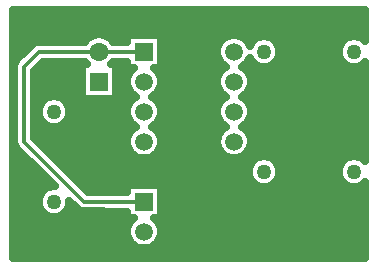
<source format=gbr>
%TF.GenerationSoftware,Novarm,DipTrace,3.3.1.3*%
%TF.CreationDate,2020-05-01T23:24:21+00:00*%
%FSLAX35Y35*%
%MOMM*%
%TF.FileFunction,Copper,L2,Bot*%
%TF.Part,Single*%
%TA.AperFunction,Conductor*%
%ADD13C,0.33*%
%TA.AperFunction,CopperBalancing*%
%ADD14C,0.635*%
%TA.AperFunction,ComponentPad*%
%ADD15C,1.6*%
%ADD16R,1.6X1.6*%
%ADD17C,1.5*%
%ADD18R,1.5X1.5*%
%ADD19C,1.27*%
%ADD20C,1.27*%
G75*
G01*
%LPD*%
X2524000Y1635000D2*
D13*
X2016000D1*
X1508000Y2143000D1*
Y2778000D1*
X1635000Y2905000D1*
X2143000D1*
X2524000D2*
X2143000D1*
X1419146Y3191083D2*
D14*
X4390925D1*
X1419146Y3127917D2*
X4390925D1*
X1419146Y3064750D2*
X4390925D1*
X1419146Y3001583D2*
X2025417D1*
X2260513D2*
X2375326D1*
X2672674D2*
X3175130D1*
X3396828D2*
X3445469D1*
X3634536D2*
X4207448D1*
X1419146Y2938417D2*
X1543529D1*
X2672674D2*
X3141315D1*
X3672817D2*
X4169167D1*
X1419146Y2875250D2*
X1480365D1*
X2672674D2*
X3140495D1*
X3673729D2*
X4168255D1*
X1666971Y2812083D2*
X2022409D1*
X2263612D2*
X2375326D1*
X2672674D2*
X3171849D1*
X3400109D2*
X3441641D1*
X3638364D2*
X4203620D1*
X1603807Y2748917D2*
X1989323D1*
X2296607D2*
X2414427D1*
X2633573D2*
X3176407D1*
X3395552D2*
X4390925D1*
X1598156Y2685750D2*
X1989323D1*
X2296607D2*
X2379701D1*
X2668299D2*
X3141680D1*
X3430370D2*
X4390925D1*
X1598156Y2622583D2*
X1989323D1*
X2296607D2*
X2378242D1*
X2669758D2*
X3140222D1*
X3431737D2*
X4390925D1*
X1598156Y2559417D2*
X1989323D1*
X2296607D2*
X2408776D1*
X2639224D2*
X3170755D1*
X3401294D2*
X4390925D1*
X1598156Y2496250D2*
X1670495D1*
X1853547D2*
X2415703D1*
X2632297D2*
X3177683D1*
X3394276D2*
X4390925D1*
X1598156Y2433083D2*
X1629935D1*
X1894107D2*
X2379974D1*
X2668026D2*
X3142045D1*
X3430005D2*
X4390925D1*
X1598156Y2369917D2*
X1627657D1*
X1896294D2*
X2377969D1*
X2670031D2*
X3139948D1*
X3432010D2*
X4390925D1*
X1598156Y2306750D2*
X1661016D1*
X1863026D2*
X2407683D1*
X2640317D2*
X3169662D1*
X3402388D2*
X4390925D1*
X1598156Y2243583D2*
X2416979D1*
X2631021D2*
X3179050D1*
X3393000D2*
X4390925D1*
X1598156Y2180417D2*
X2380339D1*
X2667661D2*
X3142409D1*
X3429640D2*
X4390925D1*
X1658586Y2117250D2*
X2377696D1*
X2670304D2*
X3139675D1*
X3432284D2*
X4390925D1*
X1419146Y2054083D2*
X1472071D1*
X1721750D2*
X2406589D1*
X2641411D2*
X3168568D1*
X3403482D2*
X4390925D1*
X1419146Y1990917D2*
X1535235D1*
X1784914D2*
X3451667D1*
X3628338D2*
X4213646D1*
X1419146Y1927750D2*
X1598399D1*
X1848078D2*
X3408737D1*
X3671268D2*
X4170716D1*
X1419146Y1864583D2*
X1661563D1*
X1911242D2*
X3405183D1*
X3674823D2*
X4167162D1*
X1419146Y1801417D2*
X1724727D1*
X1974406D2*
X3436537D1*
X3643468D2*
X4198516D1*
X1419146Y1738250D2*
X1675326D1*
X2037570D2*
X2375326D1*
X2672674D2*
X4390925D1*
X1419146Y1675083D2*
X1631120D1*
X2672674D2*
X4390925D1*
X1419146Y1611917D2*
X1626927D1*
X2672674D2*
X4390925D1*
X1419146Y1548750D2*
X1657370D1*
X1866672D2*
X2375326D1*
X2672674D2*
X4390925D1*
X1419146Y1485583D2*
X2421172D1*
X2626828D2*
X4390925D1*
X1419146Y1422417D2*
X2381524D1*
X2666476D2*
X4390925D1*
X1419146Y1359250D2*
X2377058D1*
X2670942D2*
X4390925D1*
X1419146Y1296083D2*
X2403490D1*
X2644510D2*
X4390925D1*
X1419146Y1232917D2*
X4390925D1*
X1419146Y1169750D2*
X4390925D1*
X2264043Y2821242D2*
X2255000Y2809343D1*
X2244396Y2798305D1*
X2290290Y2798290D1*
Y2503710D1*
X1995710D1*
Y2798290D1*
X2041556D1*
X2031000Y2809343D1*
X2021957Y2821242D1*
X1669680Y2821210D1*
X1591838Y2743341D1*
X1591790Y2177622D1*
X2050687Y1718810D1*
X2381768Y1718790D1*
X2381710Y1777290D1*
X2666290D1*
Y1492710D1*
X2612058D1*
X2624614Y1481614D1*
X2639115Y1464636D1*
X2650781Y1445598D1*
X2659326Y1424970D1*
X2664538Y1403259D1*
X2666290Y1381000D1*
X2664538Y1358741D1*
X2659326Y1337030D1*
X2650781Y1316402D1*
X2639115Y1297364D1*
X2624614Y1280386D1*
X2607636Y1265885D1*
X2588598Y1254219D1*
X2567970Y1245674D1*
X2546259Y1240462D1*
X2524000Y1238710D1*
X2501741Y1240462D1*
X2480030Y1245674D1*
X2459402Y1254219D1*
X2440364Y1265885D1*
X2423386Y1280386D1*
X2408885Y1297364D1*
X2397219Y1316402D1*
X2388674Y1337030D1*
X2383462Y1358741D1*
X2381710Y1381000D1*
X2383462Y1403259D1*
X2388674Y1424970D1*
X2397219Y1445598D1*
X2408885Y1464636D1*
X2423386Y1481614D1*
X2436011Y1492684D1*
X2381710Y1492710D1*
Y1551134D1*
X2009426Y1551468D1*
X1996440Y1553525D1*
X1983935Y1557588D1*
X1972220Y1563557D1*
X1961583Y1571286D1*
X1892753Y1639750D1*
X1892387Y1624738D1*
X1889176Y1604468D1*
X1882834Y1584949D1*
X1873517Y1566662D1*
X1861453Y1550059D1*
X1846941Y1535547D1*
X1830338Y1523483D1*
X1812051Y1514166D1*
X1792532Y1507824D1*
X1772262Y1504613D1*
X1751738D1*
X1731468Y1507824D1*
X1711949Y1514166D1*
X1693662Y1523483D1*
X1677059Y1535547D1*
X1662547Y1550059D1*
X1650483Y1566662D1*
X1641166Y1584949D1*
X1634824Y1604468D1*
X1631613Y1624738D1*
Y1645262D1*
X1634824Y1665532D1*
X1641166Y1685051D1*
X1650483Y1703338D1*
X1662547Y1719941D1*
X1677059Y1734453D1*
X1693662Y1746517D1*
X1711949Y1755834D1*
X1731468Y1762176D1*
X1751738Y1765387D1*
X1766930Y1765596D1*
X1444285Y2088583D1*
X1436557Y2099220D1*
X1430588Y2110935D1*
X1426525Y2123440D1*
X1424468Y2136426D1*
X1424210Y2306333D1*
X1424468Y2784574D1*
X1426525Y2797560D1*
X1430588Y2810065D1*
X1436557Y2821780D1*
X1444285Y2832417D1*
X1564246Y2952743D1*
X1580583Y2968715D1*
X1591220Y2976443D1*
X1602935Y2982412D1*
X1615440Y2986475D1*
X1628426Y2988532D1*
X1798333Y2988790D1*
X2021914D1*
X2031000Y3000657D1*
X2047343Y3017000D1*
X2066041Y3030585D1*
X2086635Y3041078D1*
X2108616Y3048220D1*
X2131444Y3051836D1*
X2154556D1*
X2177384Y3048220D1*
X2199365Y3041078D1*
X2219959Y3030585D1*
X2238657Y3017000D1*
X2255000Y3000657D1*
X2264043Y2988758D1*
X2381711Y2988790D1*
X2381710Y3047290D1*
X2666290D1*
Y2762710D1*
X2612058D1*
X2624614Y2751614D1*
X2639115Y2734636D1*
X2650781Y2715598D1*
X2659326Y2694970D1*
X2664538Y2673259D1*
X2666290Y2651000D1*
X2664538Y2628741D1*
X2659326Y2607030D1*
X2650781Y2586402D1*
X2639115Y2567364D1*
X2624614Y2550386D1*
X2607636Y2535885D1*
X2588162Y2524018D1*
X2607636Y2512115D1*
X2624614Y2497614D1*
X2639115Y2480636D1*
X2650781Y2461598D1*
X2659326Y2440970D1*
X2664538Y2419259D1*
X2666290Y2397000D1*
X2664538Y2374741D1*
X2659326Y2353030D1*
X2650781Y2332402D1*
X2639115Y2313364D1*
X2624614Y2296386D1*
X2607636Y2281885D1*
X2588162Y2270018D1*
X2607636Y2258115D1*
X2624614Y2243614D1*
X2639115Y2226636D1*
X2650781Y2207598D1*
X2659326Y2186970D1*
X2664538Y2165259D1*
X2666290Y2143000D1*
X2664538Y2120741D1*
X2659326Y2099030D1*
X2650781Y2078402D1*
X2639115Y2059364D1*
X2624614Y2042386D1*
X2607636Y2027885D1*
X2588598Y2016219D1*
X2567970Y2007674D1*
X2546259Y2002462D1*
X2524000Y2000710D1*
X2501741Y2002462D1*
X2480030Y2007674D1*
X2459402Y2016219D1*
X2440364Y2027885D1*
X2423386Y2042386D1*
X2408885Y2059364D1*
X2397219Y2078402D1*
X2388674Y2099030D1*
X2383462Y2120741D1*
X2381710Y2143000D1*
X2383462Y2165259D1*
X2388674Y2186970D1*
X2397219Y2207598D1*
X2408885Y2226636D1*
X2423386Y2243614D1*
X2440364Y2258115D1*
X2459838Y2269982D1*
X2440364Y2281885D1*
X2423386Y2296386D1*
X2408885Y2313364D1*
X2397219Y2332402D1*
X2388674Y2353030D1*
X2383462Y2374741D1*
X2381710Y2397000D1*
X2383462Y2419259D1*
X2388674Y2440970D1*
X2397219Y2461598D1*
X2408885Y2480636D1*
X2423386Y2497614D1*
X2440364Y2512115D1*
X2459838Y2523982D1*
X2440364Y2535885D1*
X2423386Y2550386D1*
X2408885Y2567364D1*
X2397219Y2586402D1*
X2388674Y2607030D1*
X2383462Y2628741D1*
X2381710Y2651000D1*
X2383462Y2673259D1*
X2388674Y2694970D1*
X2397219Y2715598D1*
X2408885Y2734636D1*
X2423386Y2751614D1*
X2436011Y2762684D1*
X2381710Y2762710D1*
Y2821134D1*
X2264143Y2821210D1*
X3427851Y2131836D2*
X3424359Y2109783D1*
X3417459Y2088548D1*
X3407322Y2068654D1*
X3394198Y2050590D1*
X3378410Y2034802D1*
X3360346Y2021678D1*
X3340452Y2011541D1*
X3319217Y2004641D1*
X3297164Y2001149D1*
X3274836D1*
X3252783Y2004641D1*
X3231548Y2011541D1*
X3211654Y2021678D1*
X3193590Y2034802D1*
X3177802Y2050590D1*
X3164678Y2068654D1*
X3154541Y2088548D1*
X3147641Y2109783D1*
X3144149Y2131836D1*
Y2154164D1*
X3147641Y2176217D1*
X3154541Y2197452D1*
X3164678Y2217346D1*
X3177802Y2235410D1*
X3193590Y2251198D1*
X3211654Y2264322D1*
X3221402Y2270219D1*
X3202364Y2281885D1*
X3185386Y2296386D1*
X3170885Y2313364D1*
X3159219Y2332402D1*
X3150674Y2353030D1*
X3145462Y2374741D1*
X3143710Y2397000D1*
X3145462Y2419259D1*
X3150674Y2440970D1*
X3159219Y2461598D1*
X3170885Y2480636D1*
X3185386Y2497614D1*
X3202364Y2512115D1*
X3221838Y2523982D1*
X3202364Y2535885D1*
X3185386Y2550386D1*
X3170885Y2567364D1*
X3159219Y2586402D1*
X3150674Y2607030D1*
X3145462Y2628741D1*
X3143710Y2651000D1*
X3145462Y2673259D1*
X3150674Y2694970D1*
X3159219Y2715598D1*
X3170885Y2734636D1*
X3185386Y2751614D1*
X3202364Y2766115D1*
X3221838Y2777982D1*
X3202364Y2789885D1*
X3185386Y2804386D1*
X3170885Y2821364D1*
X3159219Y2840402D1*
X3150674Y2861030D1*
X3145462Y2882741D1*
X3143710Y2905000D1*
X3145462Y2927259D1*
X3150674Y2948970D1*
X3159219Y2969598D1*
X3170885Y2988636D1*
X3185386Y3005614D1*
X3202364Y3020115D1*
X3221402Y3031781D1*
X3242030Y3040326D1*
X3263741Y3045538D1*
X3286000Y3047290D1*
X3308259Y3045538D1*
X3329970Y3040326D1*
X3350598Y3031781D1*
X3369636Y3020115D1*
X3386614Y3005614D1*
X3401115Y2988636D1*
X3412781Y2969598D1*
X3419136Y2954907D1*
X3428483Y2973338D1*
X3440547Y2989941D1*
X3455059Y3004453D1*
X3471662Y3016517D1*
X3489949Y3025834D1*
X3509468Y3032176D1*
X3529738Y3035387D1*
X3550262D1*
X3570532Y3032176D1*
X3590051Y3025834D1*
X3608338Y3016517D1*
X3624941Y3004453D1*
X3639453Y2989941D1*
X3651517Y2973338D1*
X3660834Y2955051D1*
X3667176Y2935532D1*
X3670387Y2915262D1*
Y2894738D1*
X3667176Y2874468D1*
X3660834Y2854949D1*
X3651517Y2836662D1*
X3639453Y2820059D1*
X3624941Y2805547D1*
X3608338Y2793483D1*
X3590051Y2784166D1*
X3570532Y2777824D1*
X3550262Y2774613D1*
X3529738D1*
X3509468Y2777824D1*
X3489949Y2784166D1*
X3471662Y2793483D1*
X3455059Y2805547D1*
X3440547Y2820059D1*
X3428483Y2836662D1*
X3419183Y2854912D1*
X3412781Y2840402D1*
X3401115Y2821364D1*
X3386614Y2804386D1*
X3369636Y2789885D1*
X3350162Y2778018D1*
X3369636Y2766115D1*
X3386614Y2751614D1*
X3401115Y2734636D1*
X3412781Y2715598D1*
X3421326Y2694970D1*
X3426538Y2673259D1*
X3428290Y2651000D1*
X3426538Y2628741D1*
X3421326Y2607030D1*
X3412781Y2586402D1*
X3401115Y2567364D1*
X3386614Y2550386D1*
X3369636Y2535885D1*
X3350162Y2524018D1*
X3369636Y2512115D1*
X3386614Y2497614D1*
X3401115Y2480636D1*
X3412781Y2461598D1*
X3421326Y2440970D1*
X3426538Y2419259D1*
X3428290Y2397000D1*
X3426538Y2374741D1*
X3421326Y2353030D1*
X3412781Y2332402D1*
X3401115Y2313364D1*
X3386614Y2296386D1*
X3369636Y2281885D1*
X3350162Y2270018D1*
X3369636Y2258115D1*
X3386614Y2243614D1*
X3401115Y2226636D1*
X3412781Y2207598D1*
X3421326Y2186970D1*
X3426538Y2165259D1*
X3428290Y2143000D1*
X3427851Y2131836D1*
X1892387Y2386738D2*
X1889176Y2366468D1*
X1882834Y2346949D1*
X1873517Y2328662D1*
X1861453Y2312059D1*
X1846941Y2297547D1*
X1830338Y2285483D1*
X1812051Y2276166D1*
X1792532Y2269824D1*
X1772262Y2266613D1*
X1751738D1*
X1731468Y2269824D1*
X1711949Y2276166D1*
X1693662Y2285483D1*
X1677059Y2297547D1*
X1662547Y2312059D1*
X1650483Y2328662D1*
X1641166Y2346949D1*
X1634824Y2366468D1*
X1631613Y2386738D1*
Y2407262D1*
X1634824Y2427532D1*
X1641166Y2447051D1*
X1650483Y2465338D1*
X1662547Y2481941D1*
X1677059Y2496453D1*
X1693662Y2508517D1*
X1711949Y2517834D1*
X1731468Y2524176D1*
X1751738Y2527387D1*
X1772262D1*
X1792532Y2524176D1*
X1812051Y2517834D1*
X1830338Y2508517D1*
X1846941Y2496453D1*
X1861453Y2481941D1*
X1873517Y2465338D1*
X1882834Y2447051D1*
X1889176Y2427532D1*
X1892387Y2407262D1*
Y2386738D1*
X4397233Y1799493D2*
X4386941Y1789547D1*
X4370338Y1777483D1*
X4352051Y1768166D1*
X4332532Y1761824D1*
X4312262Y1758613D1*
X4291738D1*
X4271468Y1761824D1*
X4251949Y1768166D1*
X4233662Y1777483D1*
X4217059Y1789547D1*
X4202547Y1804059D1*
X4190483Y1820662D1*
X4181166Y1838949D1*
X4174824Y1858468D1*
X4171613Y1878738D1*
Y1899262D1*
X4174824Y1919532D1*
X4181166Y1939051D1*
X4190483Y1957338D1*
X4202547Y1973941D1*
X4217059Y1988453D1*
X4233662Y2000517D1*
X4251949Y2009834D1*
X4271468Y2016176D1*
X4291738Y2019387D1*
X4312262D1*
X4332532Y2016176D1*
X4352051Y2009834D1*
X4370338Y2000517D1*
X4386941Y1988453D1*
X4397233Y1978507D1*
X4397250Y2815294D1*
X4386941Y2805547D1*
X4370338Y2793483D1*
X4352051Y2784166D1*
X4332532Y2777824D1*
X4312262Y2774613D1*
X4291738D1*
X4271468Y2777824D1*
X4251949Y2784166D1*
X4233662Y2793483D1*
X4217059Y2805547D1*
X4202547Y2820059D1*
X4190483Y2836662D1*
X4181166Y2854949D1*
X4174824Y2874468D1*
X4171613Y2894738D1*
Y2915262D1*
X4174824Y2935532D1*
X4181166Y2955051D1*
X4190483Y2973338D1*
X4202547Y2989941D1*
X4217059Y3004453D1*
X4233662Y3016517D1*
X4251949Y3025834D1*
X4271468Y3032176D1*
X4291738Y3035387D1*
X4312262D1*
X4332532Y3032176D1*
X4352051Y3025834D1*
X4370338Y3016517D1*
X4386941Y3004453D1*
X4397233Y2994507D1*
X4397250Y3254253D1*
X1412711Y3254250D1*
X1412750Y1158747D1*
X4397289Y1158750D1*
X4397250Y1799383D1*
X3670387Y1878738D2*
X3667176Y1858468D1*
X3660834Y1838949D1*
X3651517Y1820662D1*
X3639453Y1804059D1*
X3624941Y1789547D1*
X3608338Y1777483D1*
X3590051Y1768166D1*
X3570532Y1761824D1*
X3550262Y1758613D1*
X3529738D1*
X3509468Y1761824D1*
X3489949Y1768166D1*
X3471662Y1777483D1*
X3455059Y1789547D1*
X3440547Y1804059D1*
X3428483Y1820662D1*
X3419166Y1838949D1*
X3412824Y1858468D1*
X3409613Y1878738D1*
Y1899262D1*
X3412824Y1919532D1*
X3419166Y1939051D1*
X3428483Y1957338D1*
X3440547Y1973941D1*
X3455059Y1988453D1*
X3471662Y2000517D1*
X3489949Y2009834D1*
X3509468Y2016176D1*
X3529738Y2019387D1*
X3550262D1*
X3570532Y2016176D1*
X3590051Y2009834D1*
X3608338Y2000517D1*
X3624941Y1988453D1*
X3639453Y1973941D1*
X3651517Y1957338D1*
X3660834Y1939051D1*
X3667176Y1919532D1*
X3670387Y1899262D1*
Y1878738D1*
D15*
X2143000Y2905000D3*
D16*
Y2651000D3*
D17*
X2524000Y1381000D3*
D18*
Y1635000D3*
D19*
X1762000Y2397000D3*
D20*
Y1635000D3*
D19*
X4302000Y1889000D3*
D20*
X3540000D3*
D19*
Y2905000D3*
D20*
X4302000D3*
D18*
X2524000D3*
D17*
Y2651000D3*
Y2397000D3*
Y2143000D3*
X3286000D3*
Y2397000D3*
Y2651000D3*
Y2905000D3*
M02*

</source>
